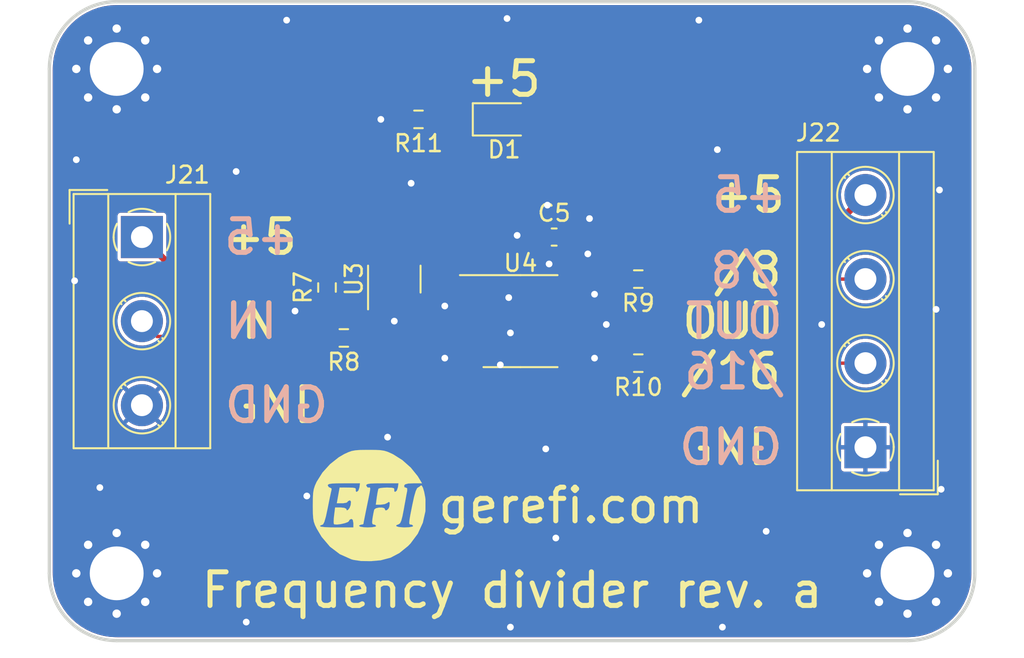
<source format=kicad_pcb>
(kicad_pcb (version 20210824) (generator pcbnew)
  (title_block (title "frequency-divider") (date "2021-10-26") (rev "a"))
  (layers (0 "F.Cu" signal) (31 "B.Cu" signal) (34 "B.Paste" user) (35 "F.Paste" user) (36 "B.SilkS" user "B.Silkscreen") (37 "F.SilkS" user "F.Silkscreen") (38 "B.Mask" user) (39 "F.Mask" user) (44 "Edge.Cuts" user))
  (net 0 "")
  (net 1 "GND")
  (net 2 "+5V")
  (net 3 "Net-(D1-Pad1)")
  (net 4 "Net-(J21-Pad2)")
  (net 5 "Net-(J22-Pad2)")
  (net 6 "Net-(J22-Pad3)")
  (net 7 "Net-(R8-Pad1)")
  (net 8 "Net-(R9-Pad2)")
  (net 9 "Net-(R10-Pad2)")
  (footprint "Resistor_SMD:R_0603_1608Metric_Pad0.98x0.95mm_HandSolder" (layer "F.Cu") (at 125.5 84.8 90)
    (fp_text reference "R7" (at 0 -1.43 90) (layer "F.SilkS"))
    (fp_text value "4.7k")
    (fp_line (start -0.254724 0.5225) (end 0.254724 0.5225) (layer "F.SilkS") (width 0.12))
    (fp_line (start -0.254724 -0.5225) (end 0.254724 -0.5225) (layer "F.SilkS") (width 0.12))
    (pad "1" smd roundrect locked (at -0.9125 0 90) (size 0.975 0.95) (layers "F.Cu" "F.Paste" "F.Mask") (net 4 "Net-(J21-Pad2)"))
    (pad "2" smd roundrect locked (at 0.9125 0 90) (size 0.975 0.95) (layers "F.Cu" "F.Paste" "F.Mask") (net 2 "+5V"))
  )
  (footprint "MountingHole:MountingHole_3.2mm_M3_Pad_Via" (layer "F.Cu") (at 113 71.8)
    (fp_text reference "H1" hide)
    (fp_text value "MountingHole_Pad")
    (pad "1" thru_hole circle locked (at 2.4 0) (size 0.8 0.8) (drill 0.5) (layers *.Cu *.Mask) (net 1 "GND"))
    (pad "1" thru_hole circle locked (at -1.697056 -1.697056) (size 0.8 0.8) (drill 0.5) (layers *.Cu *.Mask) (net 1 "GND"))
    (pad "1" thru_hole circle locked (at -2.4 0) (size 0.8 0.8) (drill 0.5) (layers *.Cu *.Mask) (net 1 "GND"))
    (pad "1" thru_hole circle locked (at -1.697056 1.697056) (size 0.8 0.8) (drill 0.5) (layers *.Cu *.Mask) (net 1 "GND"))
    (pad "1" thru_hole circle locked (at 0 -2.4) (size 0.8 0.8) (drill 0.5) (layers *.Cu *.Mask) (net 1 "GND"))
    (pad "1" thru_hole circle locked (at 0 2.4) (size 0.8 0.8) (drill 0.5) (layers *.Cu *.Mask) (net 1 "GND"))
    (pad "1" thru_hole circle locked (at 0 0) (size 6.4 6.4) (drill 3.2) (layers *.Cu *.Mask) (net 1 "GND"))
    (pad "1" thru_hole circle locked (at 1.697056 -1.697056) (size 0.8 0.8) (drill 0.5) (layers *.Cu *.Mask) (net 1 "GND"))
    (pad "1" thru_hole circle locked (at 1.697056 1.697056) (size 0.8 0.8) (drill 0.5) (layers *.Cu *.Mask) (net 1 "GND"))
  )
  (footprint "Capacitor_SMD:C_0603_1608Metric_Pad1.08x0.95mm_HandSolder" (layer "F.Cu") (at 139 81.8)
    (fp_text reference "C5" (at 0 -1.43) (layer "F.SilkS"))
    (fp_text value "100n")
    (fp_line (start -0.146267 0.51) (end 0.146267 0.51) (layer "F.SilkS") (width 0.12))
    (fp_line (start -0.146267 -0.51) (end 0.146267 -0.51) (layer "F.SilkS") (width 0.12))
    (pad "1" smd roundrect locked (at -0.8625 0) (size 1.075 0.95) (layers "F.Cu" "F.Paste" "F.Mask") (net 1 "GND"))
    (pad "2" smd roundrect locked (at 0.8625 0) (size 1.075 0.95) (layers "F.Cu" "F.Paste" "F.Mask") (net 2 "+5V"))
  )
  (footprint "Resistor_SMD:R_0603_1608Metric_Pad0.98x0.95mm_HandSolder" (layer "F.Cu") (at 144 84.3 180)
    (fp_text reference "R9" (at 0 -1.43) (layer "F.SilkS"))
    (fp_text value "1.5k")
    (fp_line (start -0.254724 0.5225) (end 0.254724 0.5225) (layer "F.SilkS") (width 0.12))
    (fp_line (start -0.254724 -0.5225) (end 0.254724 -0.5225) (layer "F.SilkS") (width 0.12))
    (pad "1" smd roundrect locked (at -0.9125 0 180) (size 0.975 0.95) (layers "F.Cu" "F.Paste" "F.Mask") (net 6 "Net-(J22-Pad3)"))
    (pad "2" smd roundrect locked (at 0.9125 0 180) (size 0.975 0.95) (layers "F.Cu" "F.Paste" "F.Mask") (net 8 "Net-(R9-Pad2)"))
  )
  (footprint "MountingHole:MountingHole_3.2mm_M3_Pad_Via" (layer "F.Cu") (at 113 101.8)
    (fp_text reference "H2" hide)
    (fp_text value "MountingHole_Pad")
    (pad "1" thru_hole circle locked (at -2.4 0) (size 0.8 0.8) (drill 0.5) (layers *.Cu *.Mask) (net 1 "GND"))
    (pad "1" thru_hole circle locked (at -1.697056 1.697056) (size 0.8 0.8) (drill 0.5) (layers *.Cu *.Mask) (net 1 "GND"))
    (pad "1" thru_hole circle locked (at 0 2.4) (size 0.8 0.8) (drill 0.5) (layers *.Cu *.Mask) (net 1 "GND"))
    (pad "1" thru_hole circle locked (at 0 -2.4) (size 0.8 0.8) (drill 0.5) (layers *.Cu *.Mask) (net 1 "GND"))
    (pad "1" thru_hole circle locked (at -1.697056 -1.697056) (size 0.8 0.8) (drill 0.5) (layers *.Cu *.Mask) (net 1 "GND"))
    (pad "1" thru_hole circle locked (at 1.697056 -1.697056) (size 0.8 0.8) (drill 0.5) (layers *.Cu *.Mask) (net 1 "GND"))
    (pad "1" thru_hole circle locked (at 0 0) (size 6.4 6.4) (drill 3.2) (layers *.Cu *.Mask) (net 1 "GND"))
    (pad "1" thru_hole circle locked (at 2.4 0) (size 0.8 0.8) (drill 0.5) (layers *.Cu *.Mask) (net 1 "GND"))
    (pad "1" thru_hole circle locked (at 1.697056 1.697056) (size 0.8 0.8) (drill 0.5) (layers *.Cu *.Mask) (net 1 "GND"))
  )
  (footprint "TerminalBlock_MetzConnect:TerminalBlock_MetzConnect_Type055_RT01503HDWU_1x03_P5.00mm_Horizontal" (layer "F.Cu") (at 114.5 81.8 -90)
    (fp_text reference "J21" (at -3.7 -2.7) (layer "F.SilkS"))
    (fp_text value "Screw_Terminal_01x03")
    (fp_line (start 11.275 -1.069) (end 11.181 -0.976) (layer "F.SilkS") (width 0.12))
    (fp_line (start -2.56 4.06) (end 12.56 4.06) (layer "F.SilkS") (width 0.12))
    (fp_line (start 8.82 0.976) (end 8.726 1.069) (layer "F.SilkS") (width 0.12))
    (fp_line (start 8.99 1.216) (end 8.931 1.274) (layer "F.SilkS") (width 0.12))
    (fp_line (start -2.8 2.06) (end -2.8 4.3) (layer "F.SilkS") (width 0.12))
    (fp_line (start 3.99 1.216) (end 3.931 1.274) (layer "F.SilkS") (width 0.12))
    (fp_line (start -2.56 2) (end 12.56 2) (layer "F.SilkS") (width 0.12))
    (fp_line (start 11.07 -1.275) (end 11.011 -1.216) (layer "F.SilkS") (width 0.12))
    (fp_line (start -2.8 4.3) (end -0.8 4.3) (layer "F.SilkS") (width 0.12))
    (fp_line (start 6.07 -1.275) (end 6.011 -1.216) (layer "F.SilkS") (width 0.12))
    (fp_line (start 12.56 -4.06) (end 12.56 4.06) (layer "F.SilkS") (width 0.12))
    (fp_line (start -2.56 -4.06) (end -2.56 4.06) (layer "F.SilkS") (width 0.12))
    (fp_line (start -2.56 -2) (end 12.56 -2) (layer "F.SilkS") (width 0.12))
    (fp_line (start -2.56 -4.06) (end 12.56 -4.06) (layer "F.SilkS") (width 0.12))
    (fp_line (start 3.82 0.976) (end 3.726 1.069) (layer "F.SilkS") (width 0.12))
    (fp_line (start 6.275 -1.069) (end 6.181 -0.976) (layer "F.SilkS") (width 0.12))
    (fp_arc (start 0 0) (end 1.484 0.789) (angle -56) (layer "F.SilkS") (width 0.12))
    (fp_arc (start 0 0) (end -1.484 -0.789) (angle -56) (layer "F.SilkS") (width 0.12))
    (fp_arc (start 0 0) (end 0.789 -1.484) (angle -56) (layer "F.SilkS") (width 0.12))
    (fp_arc (start 0 0) (end 0 1.68) (angle -28) (layer "F.SilkS") (width 0.12))
    (fp_arc (start 0 0) (end -0.789 1.484) (angle -29) (layer "F.SilkS") (width 0.12))
    (fp_circle (center 5 0) (end 6.68 0) (layer "F.SilkS") (width 0.12) (fill none))
    (fp_circle (center 10 0) (end 11.68 0) (layer "F.SilkS") (width 0.12) (fill none))
    (pad "1" thru_hole rect locked (at 0 0 270) (size 2.5 2.5) (drill 1.3) (layers *.Cu *.Mask) (net 2 "+5V"))
    (pad "2" thru_hole circle locked (at 5 0 270) (size 2.5 2.5) (drill 1.3) (layers *.Cu *.Mask) (net 4 "Net-(J21-Pad2)"))
    (pad "3" thru_hole circle locked (at 10 0 270) (size 2.5 2.5) (drill 1.3) (layers *.Cu *.Mask) (net 1 "GND"))
  )
  (footprint "TerminalBlock_MetzConnect:TerminalBlock_MetzConnect_Type055_RT01504HDWU_1x04_P5.00mm_Horizontal" (layer "F.Cu") (at 157.5 94.3 90)
    (fp_text reference "J22" (at 18.7 -2.8 180) (layer "F.SilkS"))
    (fp_text value "Screw_Terminal_01x04")
    (fp_line (start 8.82 0.976) (end 8.726 1.069) (layer "F.SilkS") (width 0.12))
    (fp_line (start -2.56 -2) (end 17.561 -2) (layer "F.SilkS") (width 0.12))
    (fp_line (start 6.07 -1.275) (end 6.011 -1.216) (layer "F.SilkS") (width 0.12))
    (fp_line (start 11.275 -1.069) (end 11.181 -0.976) (layer "F.SilkS") (width 0.12))
    (fp_line (start 16.07 -1.275) (end 16.011 -1.216) (layer "F.SilkS") (width 0.12))
    (fp_line (start 6.275 -1.069) (end 6.181 -0.976) (layer "F.SilkS") (width 0.12))
    (fp_line (start -2.56 -4.06) (end 17.561 -4.06) (layer "F.SilkS") (width 0.12))
    (fp_line (start -2.56 2) (end 17.561 2) (layer "F.SilkS") (width 0.12))
    (fp_line (start 3.82 0.976) (end 3.726 1.069) (layer "F.SilkS") (width 0.12))
    (fp_line (start -2.56 -4.06) (end -2.56 4.06) (layer "F.SilkS") (width 0.12))
    (fp_line (start 17.561 -4.06) (end 17.561 4.06) (layer "F.SilkS") (width 0.12))
    (fp_line (start -2.56 4.06) (end 17.561 4.06) (layer "F.SilkS") (width 0.12))
    (fp_line (start 13.99 1.216) (end 13.931 1.274) (layer "F.SilkS") (width 0.12))
    (fp_line (start -2.8 2.06) (end -2.8 4.3) (layer "F.SilkS") (width 0.12))
    (fp_line (start -2.8 4.3) (end -0.8 4.3) (layer "F.SilkS") (width 0.12))
    (fp_line (start 16.275 -1.069) (end 16.181 -0.976) (layer "F.SilkS") (width 0.12))
    (fp_line (start 13.82 0.976) (end 13.726 1.069) (layer "F.SilkS") (width 0.12))
    (fp_line (start 11.07 -1.275) (end 11.011 -1.216) (layer "F.SilkS") (width 0.12))
    (fp_line (start 3.99 1.216) (end 3.931 1.274) (layer "F.SilkS") (width 0.12))
    (fp_line (start 8.99 1.216) (end 8.931 1.274) (layer "F.SilkS") (width 0.12))
    (fp_arc (start 0 0) (end 0.789 -1.484) (angle -56) (layer "F.SilkS") (width 0.12))
    (fp_arc (start 0 0) (end -1.484 -0.789) (angle -56) (layer "F.SilkS") (width 0.12))
    (fp_arc (start 0 0) (end -0.789 1.484) (angle -29) (layer "F.SilkS") (width 0.12))
    (fp_arc (start 0 0) (end 1.484 0.789) (angle -56) (layer "F.SilkS") (width 0.12))
    (fp_arc (start 0 0) (end 0 1.68) (angle -28) (layer "F.SilkS") (width 0.12))
    (fp_circle (center 15 0) (end 16.68 0) (layer "F.SilkS") (width 0.12) (fill none))
    (fp_circle (center 10 0) (end 11.68 0) (layer "F.SilkS") (width 0.12) (fill none))
    (fp_circle (center 5 0) (end 6.68 0) (layer "F.SilkS") (width 0.12) (fill none))
    (pad "1" thru_hole rect locked (at 0 0 90) (size 2.5 2.5) (drill 1.3) (layers *.Cu *.Mask) (net 1 "GND"))
    (pad "2" thru_hole circle locked (at 5 0 90) (size 2.5 2.5) (drill 1.3) (layers *.Cu *.Mask) (net 5 "Net-(J22-Pad2)"))
    (pad "3" thru_hole circle locked (at 10 0 90) (size 2.5 2.5) (drill 1.3) (layers *.Cu *.Mask) (net 6 "Net-(J22-Pad3)"))
    (pad "4" thru_hole circle locked (at 15 0 90) (size 2.5 2.5) (drill 1.3) (layers *.Cu *.Mask) (net 2 "+5V"))
  )
  (footprint "kicad6-libraries:gerefi_logo" (layer "F.Cu") (at 128 97.8)
    (fp_text reference "G8" hide)
    (fp_text value "gerefi_LOGO" hide)
    (fp_poly (pts (xy 3.3528 -0.39624) (xy 3.35026 0.29972) (xy 3.19532 0.9906) (xy 2.8956 1.64338) (xy 2.46634 2.21996) (xy 2.31394 2.37744) (xy 1.80086 2.794) (xy 1.27508 3.07086) (xy 0.68834 3.2258) (xy 0.127 3.27406) (xy -0.46736 3.26898) (xy -0.9271 3.2004) (xy -1.05664 3.16484) (xy -1.73482 2.86258) (xy -2.32156 2.41808) (xy -2.8194 1.83134) (xy -3.10896 1.3462) (xy -3.21564 1.12776) (xy -3.28422 0.92964) (xy -3.32232 0.70866) (xy -3.3401 0.4191) (xy -3.34518 0.01016) (xy -3.34518 -0.04318) (xy -3.3401 -0.46736) (xy -3.32486 -0.77216) (xy -3.28676 -1.0033) (xy -3.22072 -1.21158) (xy -3.11658 -1.44272) (xy -3.10134 -1.46812) (xy -2.7686 -1.99644) (xy -2.31648 -2.49428) (xy -1.79832 -2.90576) (xy -1.47574 -3.09372) (xy -1.23698 -3.20294) (xy -1.03124 -3.2766) (xy -0.80518 -3.31724) (xy -0.51562 -3.33756) (xy -0.10922 -3.34264) (xy -0.04064 -3.34264) (xy 0.37846 -3.3401) (xy 0.68072 -3.32486) (xy 0.90932 -3.2893) (xy 1.1176 -3.22326) (xy 1.35382 -3.11658) (xy 1.44018 -3.0734) (xy 1.97612 -2.73558) (xy 2.47904 -2.28854) (xy 2.88798 -1.78308) (xy 2.95656 -1.67132) (xy 3.14706 -1.35382) (xy 2.63906 -1.35382) (xy 2.32664 -1.34112) (xy 2.14884 -1.2954) (xy 2.08534 -1.22936) (xy 2.10058 -1.12014) (xy 2.1717 -1.10236) (xy 2.26314 -1.05918) (xy 2.26568 -0.90678) (xy 2.25806 -0.86868) (xy 2.2225 -0.6858) (xy 2.16916 -0.38608) (xy 2.10058 -0.01778) (xy 2.06248 0.2032) (xy 1.98374 0.60452) (xy 1.91516 0.86614) (xy 1.84658 1.016) (xy 1.77038 1.07696) (xy 1.76022 1.0795) (xy 1.74752 1.08458) (xy 1.74752 -1.35382) (xy 0.78994 -1.35382) (xy 0.36576 -1.35128) (xy 0.08382 -1.33858) (xy -0.08128 -1.31318) (xy -0.15494 -1.27254) (xy -0.17018 -1.22682) (xy -0.1016 -1.11506) (xy -0.04318 -1.09982) (xy 0.01524 -1.1049) (xy 0.05334 -1.09728) (xy 0.06858 -1.0541) (xy 0.06096 -0.94996) (xy 0.0254 -0.75438) (xy -0.03556 -0.44704) (xy -0.127 0) (xy -0.20828 0.39624) (xy -0.27432 0.72898) (xy -0.32004 0.96266) (xy -0.33782 1.0668) (xy -0.33782 1.06934) (xy -0.40894 1.09728) (xy -0.46482 1.09982) (xy -0.53848 1.12776) (xy -0.53848 -1.35382) (xy -1.49606 -1.35382) (xy -1.92024 -1.35128) (xy -2.20218 -1.33858) (xy -2.36728 -1.31318) (xy -2.44094 -1.27254) (xy -2.45618 -1.22682) (xy -2.3876 -1.1176) (xy -2.3241 -1.09982) (xy -2.22758 -1.04394) (xy -2.23266 -0.9525) (xy -2.26568 -0.8128) (xy -2.3241 -0.5461) (xy -2.39522 -0.19558) (xy -2.4638 0.14732) (xy -2.5654 0.62484) (xy -2.65684 0.9398) (xy -2.73304 1.08712) (xy -2.75844 1.09982) (xy -2.89814 1.15824) (xy -2.921 1.18618) (xy -2.86512 1.22428) (xy -2.64922 1.25222) (xy -2.27838 1.26746) (xy -1.95326 1.27) (xy -0.93218 1.27) (xy -0.93218 1.016) (xy -0.97028 0.8128) (xy -1.05918 0.762) (xy -1.17094 0.8255) (xy -1.18618 0.88138) (xy -1.25984 0.94996) (xy -1.44526 1.01854) (xy -1.67894 1.07188) (xy -1.905 1.09982) (xy -2.06248 1.08712) (xy -2.09042 1.06934) (xy -2.10566 0.96774) (xy -2.09804 0.7493) (xy -2.07772 0.55372) (xy -2.0193 0.08382) (xy -1.68656 0.08382) (xy -1.47828 0.10414) (xy -1.36144 0.15748) (xy -1.35382 0.17526) (xy -1.3208 0.25908) (xy -1.2446 0.22352) (xy -1.1557 0.10414) (xy -1.0922 -0.06858) (xy -1.0922 -0.07112) (xy -1.07442 -0.26416) (xy -1.1303 -0.33782) (xy -1.15316 -0.33782) (xy -1.25984 -0.28956) (xy -1.27 -0.254) (xy -1.3462 -0.20066) (xy -1.53162 -0.17018) (xy -1.59512 -0.17018) (xy -1.9177 -0.17018) (xy -1.83388 -0.635) (xy -1.75006 -1.10236) (xy -1.24714 -1.09982) (xy -0.9652 -1.09474) (xy -0.82042 -1.0668) (xy -0.78486 -1.00838) (xy -0.79248 -0.97282) (xy -0.78232 -0.8636) (xy -0.72644 -0.84582) (xy -0.635 -0.92202) (xy -0.57658 -1.09728) (xy -0.57404 -1.09982) (xy -0.53848 -1.35382) (xy -0.53848 1.12776) (xy -0.57912 1.14554) (xy -0.59182 1.18618) (xy -0.51562 1.22936) (xy -0.31496 1.25984) (xy -0.08382 1.27) (xy 0.18542 1.2573) (xy 0.3683 1.22428) (xy 0.42418 1.18618) (xy 0.35306 1.11252) (xy 0.28702 1.09982) (xy 0.20574 1.07442) (xy 0.18034 0.96774) (xy 0.2032 0.74168) (xy 0.20828 0.70866) (xy 0.254 0.44704) (xy 0.29718 0.24892) (xy 0.31242 0.20066) (xy 0.40894 0.12954) (xy 0.5842 0.0889) (xy 0.7747 0.0889) (xy 0.90678 0.127) (xy 0.93218 0.17018) (xy 0.97282 0.25908) (xy 1.0668 0.2413) (xy 1.16586 0.13716) (xy 1.20904 0.02032) (xy 1.22936 -0.19304) (xy 1.17856 -0.254) (xy 1.08204 -0.18542) (xy 0.93218 -0.11684) (xy 0.70866 -0.08636) (xy 0.69088 -0.08382) (xy 0.40132 -0.08382) (xy 0.45974 -0.52578) (xy 0.50038 -0.7874) (xy 0.54102 -0.9779) (xy 0.5588 -1.03378) (xy 0.6604 -1.06934) (xy 0.87884 -1.09474) (xy 1.07188 -1.09982) (xy 1.34112 -1.0922) (xy 1.4732 -1.06172) (xy 1.50114 -1.00076) (xy 1.49352 -0.97536) (xy 1.50368 -0.8636) (xy 1.55956 -0.84582) (xy 1.651 -0.92202) (xy 1.70942 -1.09728) (xy 1.71196 -1.09982) (xy 1.74752 -1.35382) (xy 1.74752 1.08458) (xy 1.61544 1.14046) (xy 1.62306 1.19888) (xy 1.76276 1.2446) (xy 2.0193 1.26746) (xy 2.11582 1.27) (xy 2.3876 1.2573) (xy 2.57048 1.22428) (xy 2.62382 1.18618) (xy 2.55524 1.10998) (xy 2.49682 1.09982) (xy 2.43586 1.09474) (xy 2.39776 1.06426) (xy 2.3876 0.98298) (xy 2.40284 0.82296) (xy 2.44602 0.56134) (xy 2.52222 0.17272) (xy 2.57302 -0.08128) (xy 2.67716 -0.56388) (xy 2.77368 -0.89408) (xy 2.85496 -1.06426) (xy 2.88544 -1.08712) (xy 3.03276 -1.1811) (xy 3.06324 -1.21666) (xy 3.12674 -1.22428) (xy 3.2004 -1.0922) (xy 3.27406 -0.8509) (xy 3.33502 -0.5334) (xy 3.3528 -0.39624)) (layer "F.SilkS") (width 0.00254) (fill solid))
  )
  (footprint "Package_TO_SOT_SMD:SOT-23-6" (layer "F.Cu") (at 129.5 84.3 90)
    (fp_text reference "U3" (at 0 -2.4 90) (layer "F.SilkS"))
    (fp_text value "SRV05-4")
    (fp_line (start 0 1.56) (end 0.8 1.56) (layer "F.SilkS") (width 0.12))
    (fp_line (start 0 -1.56) (end 0.8 -1.56) (layer "F.SilkS") (width 0.12))
    (fp_line (start 0 1.56) (end -0.8 1.56) (layer "F.SilkS") (width 0.12))
    (fp_line (start 0 -1.56) (end -1.8 -1.56) (layer "F.SilkS") (width 0.12))
    (pad "1" smd roundrect locked (at -1.1375 -0.95 90) (size 1.325 0.6) (layers "F.Cu" "F.Paste" "F.Mask") (net 7 "Net-(R8-Pad1)"))
    (pad "2" smd roundrect locked (at -1.1375 0 90) (size 1.325 0.6) (layers "F.Cu" "F.Paste" "F.Mask") (net 1 "GND"))
    (pad "3" smd roundrect locked (at -1.1375 0.95 90) (size 1.325 0.6) (layers "F.Cu" "F.Paste" "F.Mask") (net 7 "Net-(R8-Pad1)"))
    (pad "4" smd roundrect locked (at 1.1375 0.95 90) (size 1.325 0.6) (layers "F.Cu" "F.Paste" "F.Mask") (net 7 "Net-(R8-Pad1)"))
    (pad "5" smd roundrect locked (at 1.1375 0 90) (size 1.325 0.6) (layers "F.Cu" "F.Paste" "F.Mask") (net 2 "+5V"))
    (pad "6" smd roundrect locked (at 1.1375 -0.95 90) (size 1.325 0.6) (layers "F.Cu" "F.Paste" "F.Mask") (net 7 "Net-(R8-Pad1)"))
  )
  (footprint "LED_SMD:LED_0805_2012Metric_Pad1.15x1.40mm_HandSolder" (layer "F.Cu") (at 136.025 74.8)
    (fp_text reference "D1" (at 0 1.8) (layer "F.SilkS"))
    (fp_text value "Green")
    (fp_line (start -1.86 0.96) (end 1 0.96) (layer "F.SilkS") (width 0.12))
    (fp_line (start -1.86 -0.96) (end -1.86 0.96) (layer "F.SilkS") (width 0.12))
    (fp_line (start 1 -0.96) (end -1.86 -0.96) (layer "F.SilkS") (width 0.12))
    (pad "1" smd roundrect locked (at -1.025 0) (size 1.15 1.4) (layers "F.Cu" "F.Paste" "F.Mask") (roundrect_rratio 0.2173913043) (net 3 "Net-(D1-Pad1)"))
    (pad "2" smd roundrect locked (at 1.025 0) (size 1.15 1.4) (layers "F.Cu" "F.Paste" "F.Mask") (roundrect_rratio 0.2173913043) (net 2 "+5V"))
  )
  (footprint "MountingHole:MountingHole_3.2mm_M3_Pad_Via" (layer "F.Cu") (at 160 101.8)
    (fp_text reference "H4" hide)
    (fp_text value "MountingHole_Pad")
    (pad "1" thru_hole circle locked (at -2.4 0) (size 0.8 0.8) (drill 0.5) (layers *.Cu *.Mask) (net 1 "GND"))
    (pad "1" thru_hole circle locked (at -1.697056 -1.697056) (size 0.8 0.8) (drill 0.5) (layers *.Cu *.Mask) (net 1 "GND"))
    (pad "1" thru_hole circle locked (at -1.697056 1.697056) (size 0.8 0.8) (drill 0.5) (layers *.Cu *.Mask) (net 1 "GND"))
    (pad "1" thru_hole circle locked (at 1.697056 -1.697056) (size 0.8 0.8) (drill 0.5) (layers *.Cu *.Mask) (net 1 "GND"))
    (pad "1" thru_hole circle locked (at 0 0) (size 6.4 6.4) (drill 3.2) (layers *.Cu *.Mask) (net 1 "GND"))
    (pad "1" thru_hole circle locked (at 1.697056 1.697056) (size 0.8 0.8) (drill 0.5) (layers *.Cu *.Mask) (net 1 "GND"))
    (pad "1" thru_hole circle locked (at 0 2.4) (size 0.8 0.8) (drill 0.5) (layers *.Cu *.Mask) (net 1 "GND"))
    (pad "1" thru_hole circle locked (at 0 -2.4) (size 0.8 0.8) (drill 0.5) (layers *.Cu *.Mask) (net 1 "GND"))
    (pad "1" thru_hole circle locked (at 2.4 0) (size 0.8 0.8) (drill 0.5) (layers *.Cu *.Mask) (net 1 "GND"))
  )
  (footprint "Resistor_SMD:R_0603_1608Metric_Pad0.98x0.95mm_HandSolder" (layer "F.Cu") (at 126.5 87.8 180)
    (fp_text reference "R8" (at 0 -1.43) (layer "F.SilkS"))
    (fp_text value "4.7k")
    (fp_line (start -0.254724 0.5225) (end 0.254724 0.5225) (layer "F.SilkS") (width 0.12))
    (fp_line (start -0.254724 -0.5225) (end 0.254724 -0.5225) (layer "F.SilkS") (width 0.12))
    (pad "1" smd roundrect locked (at -0.9125 0 180) (size 0.975 0.95) (layers "F.Cu" "F.Paste" "F.Mask") (net 7 "Net-(R8-Pad1)"))
    (pad "2" smd roundrect locked (at 0.9125 0 180) (size 0.975 0.95) (layers "F.Cu" "F.Paste" "F.Mask") (net 4 "Net-(J21-Pad2)"))
  )
  (footprint "Resistor_SMD:R_0603_1608Metric_Pad0.98x0.95mm_HandSolder" (layer "F.Cu") (at 130.9375 74.8 180)
    (fp_text reference "R11" (at 0 -1.43) (layer "F.SilkS"))
    (fp_text value "1.5k")
    (fp_line (start -0.254724 -0.5225) (end 0.254724 -0.5225) (layer "F.SilkS") (width 0.12))
    (fp_line (start -0.254724 0.5225) (end 0.254724 0.5225) (layer "F.SilkS") (width 0.12))
    (pad "1" smd roundrect locked (at -0.9125 0 180) (size 0.975 0.95) (layers "F.Cu" "F.Paste" "F.Mask") (net 3 "Net-(D1-Pad1)"))
    (pad "2" smd roundrect locked (at 0.9125 0 180) (size 0.975 0.95) (layers "F.Cu" "F.Paste" "F.Mask") (net 1 "GND"))
  )
  (footprint "MountingHole:MountingHole_3.2mm_M3_Pad_Via" (layer "F.Cu") (at 160 71.8)
    (fp_text reference "H3" hide)
    (fp_text value "MountingHole_Pad")
    (pad "1" thru_hole circle locked (at -2.4 0) (size 0.8 0.8) (drill 0.5) (layers *.Cu *.Mask) (net 1 "GND"))
    (pad "1" thru_hole circle locked (at 0 0) (size 6.4 6.4) (drill 3.2) (layers *.Cu *.Mask) (net 1 "GND"))
    (pad "1" thru_hole circle locked (at 0 -2.4) (size 0.8 0.8) (drill 0.5) (layers *.Cu *.Mask) (net 1 "GND"))
    (pad "1" thru_hole circle locked (at -1.697056 -1.697056) (size 0.8 0.8) (drill 0.5) (layers *.Cu *.Mask) (net 1 "GND"))
    (pad "1" thru_hole circle locked (at 2.4 0) (size 0.8 0.8) (drill 0.5) (layers *.Cu *.Mask) (net 1 "GND"))
    (pad "1" thru_hole circle locked (at 1.697056 -1.697056) (size 0.8 0.8) (drill 0.5) (layers *.Cu *.Mask) (net 1 "GND"))
    (pad "1" thru_hole circle locked (at 0 2.4) (size 0.8 0.8) (drill 0.5) (layers *.Cu *.Mask) (net 1 "GND"))
    (pad "1" thru_hole circle locked (at -1.697056 1.697056) (size 0.8 0.8) (drill 0.5) (layers *.Cu *.Mask) (net 1 "GND"))
    (pad "1" thru_hole circle locked (at 1.697056 1.697056) (size 0.8 0.8) (drill 0.5) (layers *.Cu *.Mask) (net 1 "GND"))
  )
  (footprint "Package_SO:TSSOP-16_4.4x5mm_P0.65mm" (layer "F.Cu") (at 137 86.8)
    (fp_text reference "U4" (at 0 -3.45) (layer "F.SilkS"))
    (fp_text value "74VHC163FT")
    (fp_line (start 0 -2.735) (end 2.2 -2.735) (layer "F.SilkS") (width 0.12))
    (fp_line (start 0 2.735) (end 2.2 2.735) (layer "F.SilkS") (width 0.12))
    (fp_line (start 0 -2.735) (end -3.6 -2.735) (layer "F.SilkS") (width 0.12))
    (fp_line (start 0 2.735) (end -2.2 2.735) (layer "F.SilkS") (width 0.12))
    (pad "1" smd roundrect locked (at -2.8625 -2.275) (size 1.475 0.4) (layers "F.Cu" "F.Paste" "F.Mask") (net 2 "+5V"))
    (pad "2" smd roundrect locked (at -2.8625 -1.625) (size 1.475 0.4) (layers "F.Cu" "F.Paste" "F.Mask") (net 7 "Net-(R8-Pad1)"))
    (pad "3" smd roundrect locked (at -2.8625 -0.975) (size 1.475 0.4) (layers "F.Cu" "F.Paste" "F.Mask") (net 1 "GND"))
    (pad "4" smd roundrect locked (at -2.8625 -0.325) (size 1.475 0.4) (layers "F.Cu" "F.Paste" "F.Mask") (net 1 "GND"))
    (pad "5" smd roundrect locked (at -2.8625 0.325) (size 1.475 0.4) (layers "F.Cu" "F.Paste" "F.Mask") (net 1 "GND"))
    (pad "6" smd roundrect locked (at -2.8625 0.975) (size 1.475 0.4) (layers "F.Cu" "F.Paste" "F.Mask") (net 1 "GND"))
    (pad "7" smd roundrect locked (at -2.8625 1.625) (size 1.475 0.4) (layers "F.Cu" "F.Paste" "F.Mask") (net 2 "+5V"))
    (pad "8" smd roundrect locked (at -2.8625 2.275) (size 1.475 0.4) (layers "F.Cu" "F.Paste" "F.Mask") (net 1 "GND"))
    (pad "9" smd roundrect locked (at 2.8625 2.275) (size 1.475 0.4) (layers "F.Cu" "F.Paste" "F.Mask") (net 2 "+5V"))
    (pad "10" smd roundrect locked (at 2.8625 1.625) (size 1.475 0.4) (layers "F.Cu" "F.Paste" "F.Mask") (net 2 "+5V"))
    (pad "11" smd roundrect locked (at 2.8625 0.975) (size 1.475 0.4) (layers "F.Cu" "F.Paste" "F.Mask") (net 9 "Net-(R10-Pad2)"))
    (pad "12" smd roundrect locked (at 2.8625 0.325) (size 1.475 0.4) (layers "F.Cu" "F.Paste" "F.Mask") (net 8 "Net-(R9-Pad2)"))
    (pad "13" smd roundrect locked (at 2.8625 -0.325) (size 1.475 0.4) (layers "F.Cu" "F.Paste" "F.Mask"))
    (pad "14" smd roundrect locked (at 2.8625 -0.975) (size 1.475 0.4) (layers "F.Cu" "F.Paste" "F.Mask"))
    (pad "15" smd roundrect locked (at 2.8625 -1.625) (size 1.475 0.4) (layers "F.Cu" "F.Paste" "F.Mask"))
    (pad "16" smd roundrect locked (at 2.8625 -2.275) (size 1.475 0.4) (layers "F.Cu" "F.Paste" "F.Mask") (net 2 "+5V"))
  )
  (footprint "Resistor_SMD:R_0603_1608Metric_Pad0.98x0.95mm_HandSolder" (layer "F.Cu") (at 144 89.3 180)
    (fp_text reference "R10" (at 0 -1.43) (layer "F.SilkS"))
    (fp_text value "1.5k")
    (fp_line (start -0.254724 0.5225) (end 0.254724 0.5225) (layer "F.SilkS") (width 0.12))
    (fp_line (start -0.254724 -0.5225) (end 0.254724 -0.5225) (layer "F.SilkS") (width 0.12))
    (pad "1" smd roundrect locked (at -0.9125 0 180) (size 0.975 0.95) (layers "F.Cu" "F.Paste" "F.Mask") (net 5 "Net-(J22-Pad2)"))
    (pad "2" smd roundrect locked (at 0.9125 0 180) (size 0.975 0.95) (layers "F.Cu" "F.Paste" "F.Mask") (net 9 "Net-(R10-Pad2)"))
  )
  (gr_line (start 160 67.8) (end 113 67.8) (layer "Edge.Cuts") (width 0.2))
  (gr_line (start 109 101.8) (end 109 71.8) (layer "Edge.Cuts") (width 0.2))
  (gr_line (start 160 105.8) (end 113 105.8) (layer "Edge.Cuts") (width 0.2))
  (gr_arc (start 112.999998 71.8) (end 113 67.8) (angle -90) (layer "Edge.Cuts") (width 0.2))
  (gr_line (start 164 101.8) (end 164 71.8) (layer "Edge.Cuts") (width 0.2))
  (gr_arc (start 160.000002 101.8) (end 164 101.8) (angle 90) (layer "Edge.Cuts") (width 0.2))
  (gr_arc (start 160 71.799998) (end 164 71.8) (angle -90) (layer "Edge.Cuts") (width 0.2))
  (gr_arc (start 113 101.800002) (end 109 101.8) (angle -90) (layer "Edge.Cuts") (width 0.2))
  (gr_text "/16" (at 149.7 89.8) (layer "B.SilkS") (effects (font (size 2 2) (thickness 0.3)) (justify mirror)))
  (gr_text "+5" (at 150.6 79.3) (layer "B.SilkS") (effects (font (size 2 2) (thickness 0.3)) (justify mirror)))
  (gr_text "IN" (at 121 86.8) (layer "B.SilkS") (effects (font (size 2 2) (thickness 0.3)) (justify mirror)))
  (gr_text "OUT" (at 149.7 86.8) (layer "B.SilkS") (effects (font (size 2 2) (thickness 0.3)) (justify mirror)))
  (gr_text "/8" (at 150.3 83.8) (layer "B.SilkS") (effects (font (size 2 2) (thickness 0.3)) (justify mirror)))
  (gr_text "GND" (at 122.5 91.8) (layer "B.SilkS") (effects (font (size 2 2) (thickness 0.3)) (justify mirror)))
  (gr_text "+5" (at 121.6 81.8) (layer "B.SilkS") (effects (font (size 2 2) (thickness 0.3)) (justify mirror)))
  (gr_text "GND" (at 149.5 94.3) (layer "B.SilkS") (effects (font (size 2 2) (thickness 0.3)) (justify mirror)))
  (gr_text "GND" (at 122.5 91.8) (layer "F.SilkS") (effects (font (size 2 2) (thickness 0.3))))
  (gr_text "+5" (at 136 72.4) (layer "F.SilkS") (effects (font (size 2 2) (thickness 0.3))))
  (gr_text "gerefi.com" (at 140 97.76571) (layer "F.SilkS") (effects (font (size 2 2) (thickness 0.3))))
  (gr_text "+5" (at 150.5 79.3) (layer "F.SilkS") (effects (font (size 2 2) (thickness 0.3))))
  (gr_text "GND" (at 149.5 94.3) (layer "F.SilkS") (effects (font (size 2 2) (thickness 0.3))))
  (gr_text "IN" (at 121 86.8) (layer "F.SilkS") (effects (font (size 2 2) (thickness 0.3))))
  (gr_text "/16" (at 149.5 89.8) (layer "F.SilkS") (effects (font (size 2 2) (thickness 0.3))))
  (gr_text "+5" (at 121.5 81.8) (layer "F.SilkS") (effects (font (size 2 2) (thickness 0.3))))
  (gr_text "Frequency divider rev. a" (at 136.5 102.8) (layer "F.SilkS") (effects (font (size 2 2) (thickness 0.3))))
  (gr_text "/8" (at 150.5 83.8) (layer "F.SilkS") (effects (font (size 2 2) (thickness 0.3))))
  (gr_text "OUT" (at 149.5 86.8) (layer "F.SilkS") (effects (font (size 2 2) (thickness 0.3))))
  (via (at 154.9 87) (size 0.8) (drill 0.4) (layers "F.Cu" "B.Cu") (net 1))
  (via (at 123.1 68.9) (size 0.8) (drill 0.4) (layers "F.Cu" "B.Cu") (net 1))
  (via (at 138.7 83.4) (size 0.8) (drill 0.4) (layers "F.Cu" "B.Cu") (net 1))
  (via (at 110.6 77.2) (size 0.8) (drill 0.4) (layers "F.Cu" "B.Cu") (net 1))
  (via (at 110.5 84.4) (size 0.8) (drill 0.4) (layers "F.Cu" "B.Cu") (net 1))
  (via (at 136.8 81.7) (size 0.8) (drill 0.4) (layers "F.Cu" "B.Cu") (net 1))
  (via (at 136.4 105) (size 0.8) (drill 0.4) (layers "F.Cu" "B.Cu") (net 1))
  (via (at 151.6 99.3) (size 0.8) (drill 0.4) (layers "F.Cu" "B.Cu") (net 1))
  (via (at 141.1 80.7) (size 0.8) (drill 0.4) (layers "F.Cu" "B.Cu") (net 1))
  (via (at 120.1 77.9) (size 0.8) (drill 0.4) (layers "F.Cu" "B.Cu") (net 1))
  (via (at 132.5 89) (size 0.8) (drill 0.4) (layers "F.Cu" "B.Cu") (net 1))
  (via (at 138.6 79.9) (size 0.8) (drill 0.4) (layers "F.Cu" "B.Cu") (net 1))
  (via (at 136.3 85.4) (size 0.8) (drill 0.4) (layers "F.Cu" "B.Cu") (net 1))
  (via (at 149 105) (size 0.8) (drill 0.4) (layers "F.Cu" "B.Cu") (net 1))
  (via (at 148.7 76.6) (size 0.8) (drill 0.4) (layers "F.Cu" "B.Cu") (net 1))
  (via (at 132.5 85.9) (size 0.8) (drill 0.4) (layers "F.Cu" "B.Cu") (net 1))
  (via (at 141.4 85.2) (size 0.8) (drill 0.4) (layers "F.Cu" "B.Cu") (net 1))
  (via (at 139.1 99.7) (size 0.8) (drill 0.4) (layers "F.Cu" "B.Cu") (net 1))
  (via (at 147.6 68.9) (size 0.8) (drill 0.4) (layers "F.Cu" "B.Cu") (net 1))
  (via (at 142.1 87) (size 0.8) (drill 0.4) (layers "F.Cu" "B.Cu") (net 1))
  (via (at 141.4 89) (size 0.8) (drill 0.4) (layers "F.Cu" "B.Cu") (net 1))
  (via (at 161.7 86.1) (size 0.8) (drill 0.4) (layers "F.Cu" "B.Cu") (net 1))
  (via (at 129.1 93.7) (size 0.8) (drill 0.4) (layers "F.Cu" "B.Cu") (net 1))
  (via (at 123.6 86.2) (size 0.8) (drill 0.4) (layers "F.Cu" "B.Cu") (net 1))
  (via (at 112 96.7) (size 0.8) (drill 0.4) (layers "F.Cu" "B.Cu") (net 1))
  (via (at 141 82.8) (size 0.8) (drill 0.4) (layers "F.Cu" "B.Cu") (net 1))
  (via (at 135.8 89.4) (size 0.8) (drill 0.4) (layers "F.Cu" "B.Cu") (net 1))
  (via (at 124.3 97.2) (size 0.8) (drill 0.4) (layers "F.Cu" "B.Cu") (net 1))
  (via (at 161.9 79) (size 0.8) (drill 0.4) (layers "F.Cu" "B.Cu") (net 1))
  (via (at 128.7 74.8) (size 0.8) (drill 0.4) (layers "F.Cu" "B.Cu") (net 1))
  (via (at 136.4 87.5) (size 0.8) (drill 0.4) (layers "F.Cu" "B.Cu") (net 1))
  (via (at 120.7 104.7) (size 0.8) (drill 0.4) (layers "F.Cu" "B.Cu") (net 1))
  (via (at 130.5 78.6) (size 0.8) (drill 0.4) (layers "F.Cu" "B.Cu") (net 1))
  (via (at 136.2 68.8) (size 0.8) (drill 0.4) (layers "F.Cu" "B.Cu") (net 1))
  (via (at 129.5 86.8) (size 0.8) (drill 0.4) (layers "F.Cu" "B.Cu") (net 1))
  (via (at 138.5 94.4) (size 0.8) (drill 0.4) (layers "F.Cu" "B.Cu") (net 1))
  (via (at 162 96.8) (size 0.8) (drill 0.4) (layers "F.Cu" "B.Cu") (net 1))
  (segment (start 127.5875 81.8) (end 125.5 83.8875) (width 0.4) (layer "F.Cu") (net 2))
  (segment (start 139.8625 84.525) (end 137.275 84.525) (width 0.4) (layer "F.Cu") (net 2))
  (segment (start 137.275 88.425) (end 134.1375 88.425) (width 0.4) (layer "F.Cu") (net 2))
  (segment (start 139.8625 88.425) (end 139.8625 89.075) (width 0.4) (layer "F.Cu") (net 2))
  (segment (start 139.8625 81.8) (end 155 81.8) (width 0.4) (layer "F.Cu") (net 2))
  (segment (start 137.275 84.525) (end 137.275 88.425) (width 0.4) (layer "F.Cu") (net 2))
  (segment (start 129.5 83.1625) (end 129.5 81.8) (width 0.2) (layer "F.Cu") (net 2))
  (segment (start 133.925 84.525) (end 131.2 81.8) (width 0.4) (layer "F.Cu") (net 2))
  (segment (start 131.2 81.8) (end 127.5875 81.8) (width 0.4) (layer "F.Cu") (net 2))
  (segment (start 139.8625 81.8) (end 139.8625 84.525) (width 0.4) (layer "F.Cu") (net 2))
  (segment (start 139.8625 81.8) (end 139.8625 77.6125) (width 0.4) (layer "F.Cu") (net 2))
  (segment (start 137.275 84.525) (end 134.1375 84.525) (width 0.4) (layer "F.Cu") (net 2))
  (segment (start 139.8625 77.6125) (end 137.05 74.8) (width 0.4) (layer "F.Cu") (net 2))
  (segment (start 155 81.8) (end 157.5 79.3) (width 0.4) (layer "F.Cu") (net 2))
  (segment (start 125.5 83.8875) (end 116.5875 83.8875) (width 0.4) (layer "F.Cu") (net 2))
  (segment (start 116.5875 83.8875) (end 114.5 81.8) (width 0.4) (layer "F.Cu") (net 2))
  (segment (start 137.275 88.425) (end 139.8625 88.425) (width 0.4) (layer "F.Cu") (net 2))
  (segment (start 134.1375 84.525) (end 133.925 84.525) (width 0.4) (layer "F.Cu") (net 2))
  (segment (start 135 74.8) (end 131.85 74.8) (width 0.2) (layer "F.Cu") (net 3))
  (segment (start 125.5 87.3) (end 125.5 87.7125) (width 0.2) (layer "F.Cu") (net 4))
  (segment (start 125.5 85.7125) (end 125.5 87.3) (width 0.2) (layer "F.Cu") (net 4))
  (segment (start 125.5 87.7125) (end 125.5875 87.8) (width 0.2) (layer "F.Cu") (net 4))
  (segment (start 115.4125 87.7125) (end 125.5 87.7125) (width 0.2) (layer "F.Cu") (net 4))
  (segment (start 114.5 86.8) (end 115.4125 87.7125) (width 0.2) (layer "F.Cu") (net 4))
  (segment (start 157.5 89.3) (end 144.9125 89.3) (width 0.2) (layer "F.Cu") (net 5))
  (segment (start 157.5 84.3) (end 144.9125 84.3) (width 0.2) (layer "F.Cu") (net 6))
  (segment (start 129.9 87.6) (end 128.55 87.6) (width 0.2) (layer "F.Cu") (net 7))
  (segment (start 130.45 85.4375) (end 130.45 87.05) (width 0.2) (layer "F.Cu") (net 7))
  (segment (start 134.1375 85.175) (end 130.7125 85.175) (width 0.2) (layer "F.Cu") (net 7))
  (segment (start 130.45 83.1625) (end 130.45 85.4375) (width 0.2) (layer "F.Cu") (net 7))
  (segment (start 130.45 87.05) (end 129.9 87.6) (width 0.2) (layer "F.Cu") (net 7))
  (segment (start 128.55 83.1625) (end 128.55 86.6625) (width 0.2) (layer "F.Cu") (net 7))
  (segment (start 128.55 87.6) (end 128.55 86.6625) (width 0.2) (layer "F.Cu") (net 7))
  (segment (start 130.7125 85.175) (end 130.45 85.4375) (width 0.2) (layer "F.Cu") (net 7))
  (segment (start 128.35 87.8) (end 127.4125 87.8) (width 0.2) (layer "F.Cu") (net 7))
  (segment (start 128.55 87.6) (end 128.35 87.8) (width 0.2) (layer "F.Cu") (net 7))
  (segment (start 140.599999 87.125) (end 143.0875 84.637499) (width 0.2) (layer "F.Cu") (net 8))
  (segment (start 143.0875 84.637499) (end 143.0875 84.3) (width 0.2) (layer "F.Cu") (net 8))
  (segment (start 139.8625 87.125) (end 140.599999 87.125) (width 0.2) (layer "F.Cu") (net 8))
  (segment (start 141.5625 87.775) (end 143.0875 89.3) (width 0.2) (layer "F.Cu") (net 9))
  (segment (start 139.8625 87.775) (end 141.5625 87.775) (width 0.2) (layer "F.Cu") (net 9))
  (zone (net 1) (net_name "GND") (layers F&B.Cu) (connect_pads (clearance 0.2)) (min_thickness 0.2) (fill yes (thermal_gap 0.2) (thermal_bridge_width 0.25))
    (polygon (pts (xy 164 105.8) (xy 109 105.8) (xy 109 67.8) (xy 164 67.8)))
  )
)
</source>
